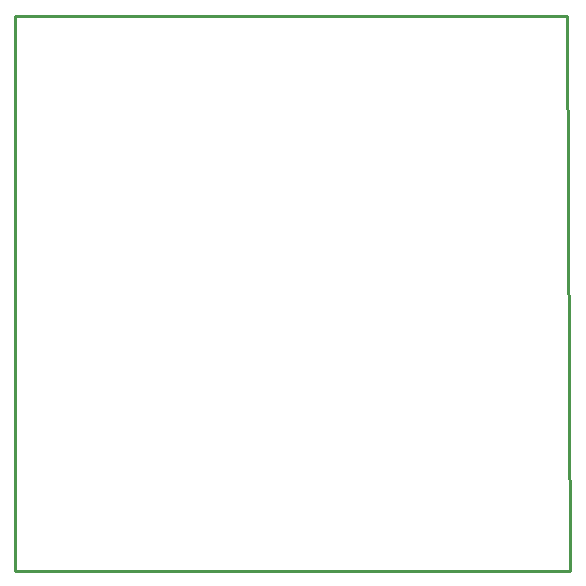
<source format=gbr>
G04 EAGLE Gerber RS-274X export*
G75*
%MOMM*%
%FSLAX34Y34*%
%LPD*%
%IN*%
%IPPOS*%
%AMOC8*
5,1,8,0,0,1.08239X$1,22.5*%
G01*
G04 Define Apertures*
%ADD10C,0.254000*%
D10*
X25400Y571500D02*
X495300Y571500D01*
X492000Y1041300D01*
X25400Y1041300D01*
X25400Y571500D01*
M02*

</source>
